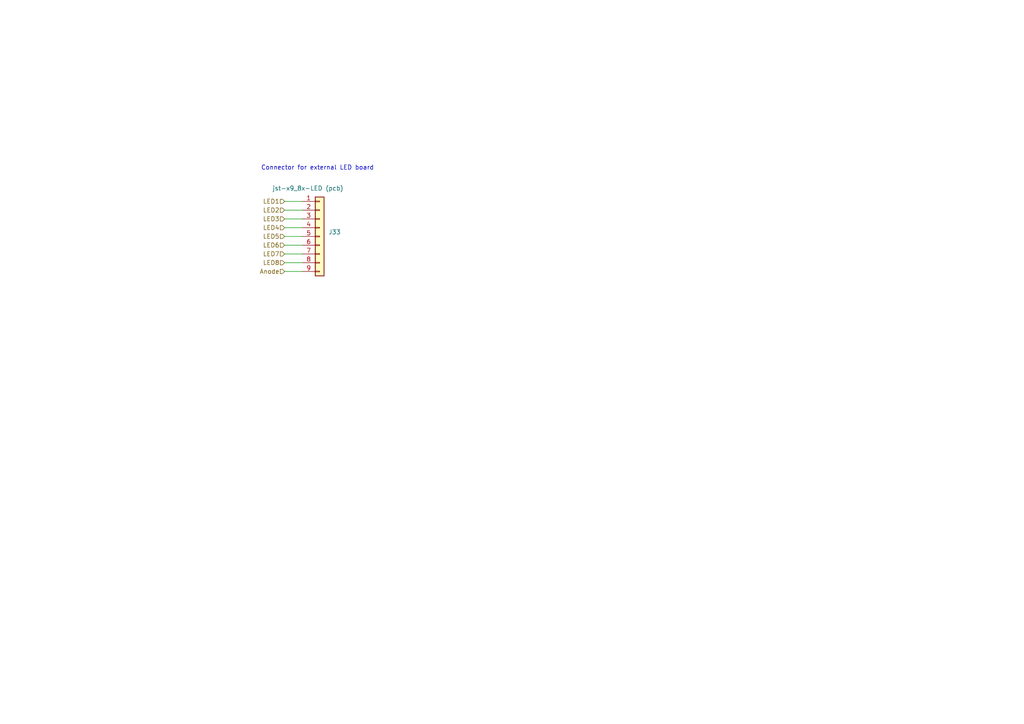
<source format=kicad_sch>
(kicad_sch (version 20231120) (generator "eeschema") (generator_version "8.0")
  (paper "A4")
  (lib_symbols
    (symbol "Connector_Generic:Conn_01x09" (pin_names (offset 1.016) hide)
      (property "Reference" "J" (at 0 12.7 0))
      (property "Value" "Conn_01x09" (at 0 -12.7 0))
      (symbol "Conn_01x09_1_1"
        (rectangle (start -1.27 -10.033) (end 0 -10.287) (stroke (width 0.1524)))
        (rectangle (start -1.27 -7.493) (end 0 -7.747) (stroke (width 0.1524)))
        (rectangle (start -1.27 -4.953) (end 0 -5.207) (stroke (width 0.1524)))
        (rectangle (start -1.27 -2.413) (end 0 -2.667) (stroke (width 0.1524)))
        (rectangle (start -1.27 0.127) (end 0 -0.127) (stroke (width 0.1524)))
        (rectangle (start -1.27 2.667) (end 0 2.413) (stroke (width 0.1524)))
        (rectangle (start -1.27 5.207) (end 0 4.953) (stroke (width 0.1524)))
        (rectangle (start -1.27 7.747) (end 0 7.493) (stroke (width 0.1524)))
        (rectangle (start -1.27 10.287) (end 0 10.033) (stroke (width 0.1524)))
        (rectangle (start -1.27 11.43) (end 1.27 -11.43) (stroke (width 0.254)) (fill (type background)))
        (pin passive line (at -5.08 10.16 0) (length 3.81) (name "Pin_1") (number "1"))
        (pin passive line (at -5.08 7.62 0) (length 3.81) (name "Pin_2") (number "2"))
        (pin passive line (at -5.08 5.08 0) (length 3.81) (name "Pin_3") (number "3"))
        (pin passive line (at -5.08 2.54 0) (length 3.81) (name "Pin_4") (number "4"))
        (pin passive line (at -5.08 0 0) (length 3.81) (name "Pin_5") (number "5"))
        (pin passive line (at -5.08 -2.54 0) (length 3.81) (name "Pin_6") (number "6"))
        (pin passive line (at -5.08 -5.08 0) (length 3.81) (name "Pin_7") (number "7"))
        (pin passive line (at -5.08 -7.62 0) (length 3.81) (name "Pin_8") (number "8"))
        (pin passive line (at -5.08 -10.16 0) (length 3.81) (name "Pin_9") (number "9"))
      )
    )
  )
  (wire (pts (xy 82.55 68.58) (xy 87.63 68.58)))
  (wire (pts (xy 82.55 78.74) (xy 87.63 78.74)))
  (wire (pts (xy 82.55 71.12) (xy 87.63 71.12)))
  (wire (pts (xy 82.55 63.5) (xy 87.63 63.5)))
  (wire (pts (xy 82.55 66.04) (xy 87.63 66.04)))
  (wire (pts (xy 82.55 76.2) (xy 87.63 76.2)))
  (wire (pts (xy 82.55 73.66) (xy 87.63 73.66)))
  (wire (pts (xy 82.55 58.42) (xy 87.63 58.42)))
  (wire (pts (xy 82.55 60.96) (xy 87.63 60.96)))
  (text "Connector for external LED board" (at 75.692 48.768 0) (effects (font (size 1.27 1.27)) (justify left)))
  (hierarchical_label "LED5" (shape input) (at 82.55 68.58 180))
  (hierarchical_label "LED2" (shape input) (at 82.55 60.96 180))
  (hierarchical_label "LED3" (shape input) (at 82.55 63.5 180))
  (hierarchical_label "Anode" (shape input) (at 82.55 78.74 180))
  (hierarchical_label "LED4" (shape input) (at 82.55 66.04 180))
  (hierarchical_label "LED8" (shape input) (at 82.55 76.2 180))
  (hierarchical_label "LED6" (shape input) (at 82.55 71.12 180))
  (hierarchical_label "LED7" (shape input) (at 82.55 73.66 180))
  (hierarchical_label "LED1" (shape input) (at 82.55 58.42 180))
  (symbol (lib_id "Connector_Generic:Conn_01x09") (at 92.71 68.58 0) (unit 1)
    (property "Reference" "J33" (at 95.25 67.3099 0) (effects (justify left)))
    (property "Value" "jst-x9_8x-LED (pcb)" (at 78.994 54.61 0) (effects (justify left)))
    (property "Footprint" "Connector_JST:JST_XH_B9B-XH-A_1x09_P2.50mm_Vertical" (effects (hide yes)))
    (property "Datasheet" "https://www.ebay.de/itm/183466543983" (effects (hide yes)))
    (property "Description" "Generic connector, single row, 01x09, script generated (kicad-library-utils/schlib/autogen/connector/)" (effects (hide yes)))
    (instances (project "" (path "" (reference "J33") (unit 1)) (path "" (reference "J32") (unit 1))))
  )
)
</source>
